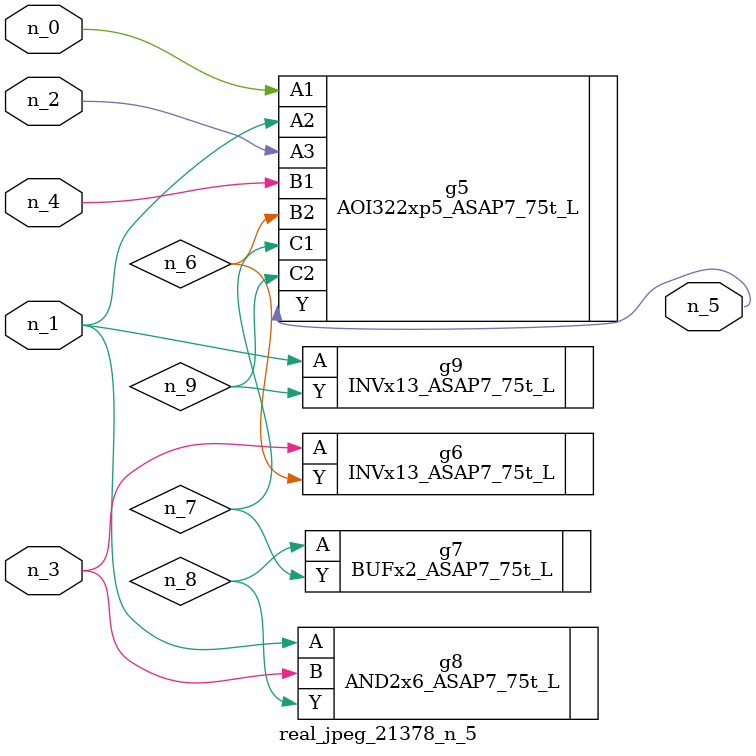
<source format=v>
module real_jpeg_21378_n_5 (n_4, n_0, n_1, n_2, n_3, n_5);

input n_4;
input n_0;
input n_1;
input n_2;
input n_3;

output n_5;

wire n_8;
wire n_6;
wire n_7;
wire n_9;

AOI322xp5_ASAP7_75t_L g5 ( 
.A1(n_0),
.A2(n_1),
.A3(n_2),
.B1(n_4),
.B2(n_6),
.C1(n_7),
.C2(n_9),
.Y(n_5)
);

AND2x6_ASAP7_75t_L g8 ( 
.A(n_1),
.B(n_3),
.Y(n_8)
);

INVx13_ASAP7_75t_L g9 ( 
.A(n_1),
.Y(n_9)
);

INVx13_ASAP7_75t_L g6 ( 
.A(n_3),
.Y(n_6)
);

BUFx2_ASAP7_75t_L g7 ( 
.A(n_8),
.Y(n_7)
);


endmodule
</source>
